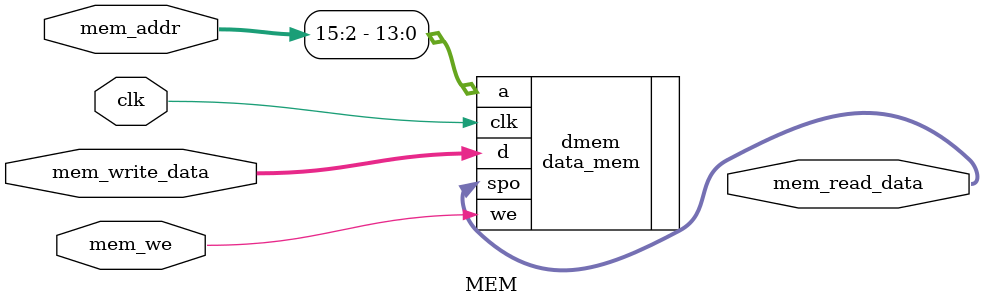
<source format=v>
module MEM (
    input  wire        clk           ,
    input  wire        mem_we        ,
    input  wire [31:0] mem_addr      ,
    input  wire [31:0] mem_write_data,

    output wire [31:0] mem_read_data
);

data_mem dmem (
    // input
    .clk (clk           ), // input  wire clka
    .we  (mem_we        ), // input  wire [0:0] wea
    .a   (mem_addr[15:2]), // input  wire [13:0] addra
    .d   (mem_write_data), // input  wire [31:0] dina
    // output
    .spo (mem_read_data )  // output wire [31:0] douta
);

endmodule

</source>
